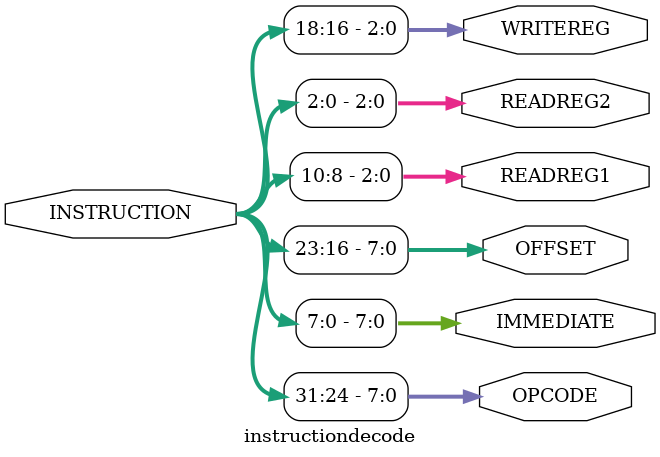
<source format=v>
`timescale 1ns/100ps


module instructiondecode(INSTRUCTION,OPCODE,IMMEDIATE,READREG1,READREG2,WRITEREG,OFFSET);
    input [31:0] INSTRUCTION;
    output reg [7:0] OPCODE,IMMEDIATE,OFFSET;
    output reg [2:0] READREG1,READREG2,WRITEREG;   
    
    always @ (INSTRUCTION) begin

        OPCODE = INSTRUCTION[31:24];
        IMMEDIATE= INSTRUCTION[7:0];
        READREG1=INSTRUCTION[10:8]; // use 3 bit valu for store reg
        READREG2=INSTRUCTION[2:0];
        WRITEREG=INSTRUCTION[18:16];
        OFFSET = INSTRUCTION[23:16];
    end
endmodule
</source>
